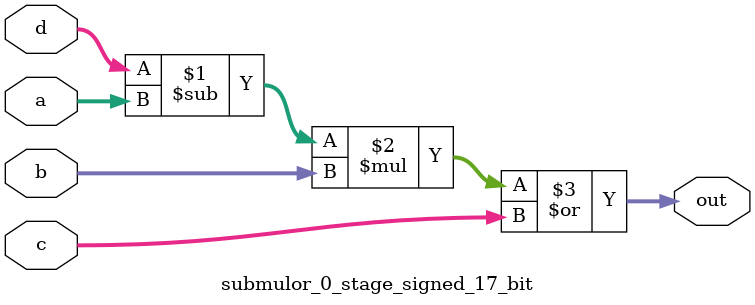
<source format=sv>
(* use_dsp = "yes" *) module submulor_0_stage_signed_17_bit(
	input signed [16:0] a,
	input signed [16:0] b,
	input signed [16:0] c,
	input signed [16:0] d,
	output [16:0] out
	);

	assign out = ((d - a) * b) | c;
endmodule

</source>
